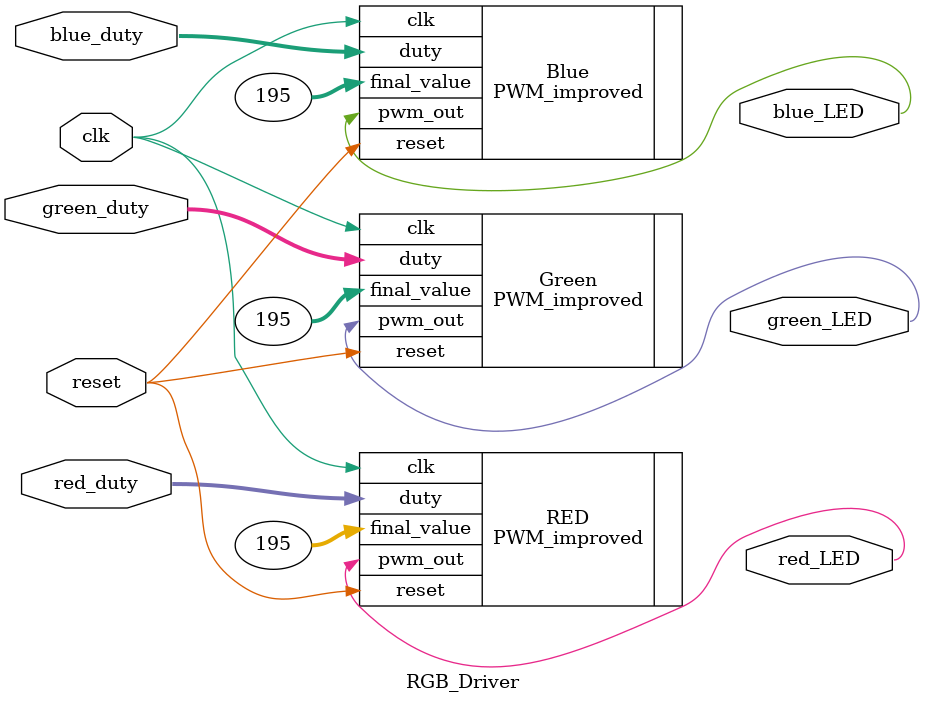
<source format=v>
`timescale 1ns / 1ps


module RGB_Driver#(parameter R= 8)(
         input clk,
         input reset,
         input [R :0 ] red_duty , green_duty , blue_duty,
         output red_LED , green_LED , blue_LED 
    ); 
    
    
    localparam timer_bits = 8;
    localparam final_value =195;   //control PWM switching frequency 
    
    //red
    PWM_improved #(.R(R) , .timer_bits(timer_bits)) RED(
    .clk(clk),
    .reset(reset),
    .duty(red_duty),
    .final_value(final_value),
    .pwm_out(red_LED)
    );
    
      //green 
     PWM_improved #(.R(R) , .timer_bits(timer_bits)) Green(
     .clk(clk),
     .reset(reset),
     .duty(green_duty),
     .final_value(final_value),
     .pwm_out(green_LED)
     );
     
       //blue
      PWM_improved #(.R(R) , .timer_bits(timer_bits)) Blue(
      .clk(clk),
      .reset(reset),
      .duty(blue_duty),
      .final_value(final_value),
      .pwm_out(blue_LED)
      ); 
    
    
endmodule

</source>
